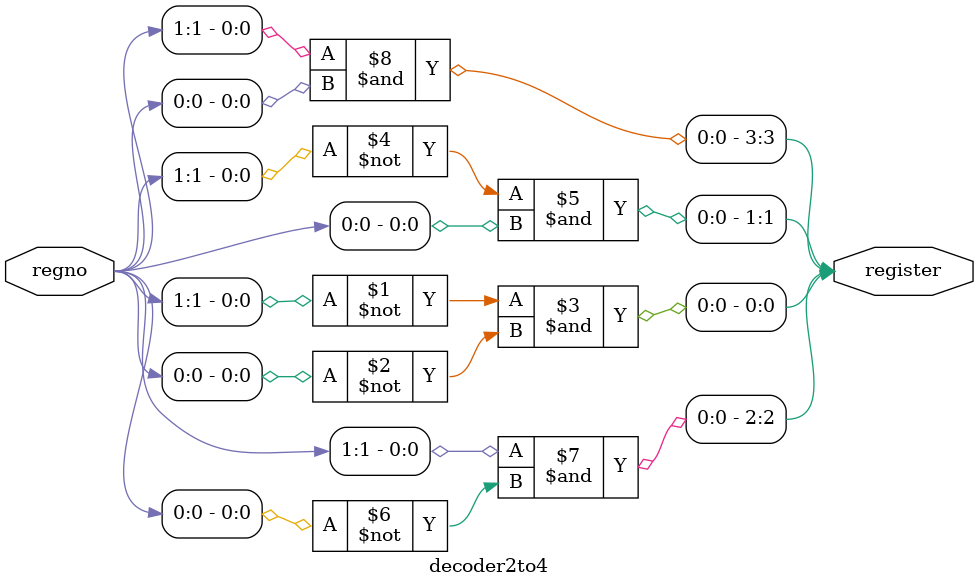
<source format=v>
module decoder2to4(register, regno);
    input [1:0] regno;
    output [3:0] register;

    assign register[0] = ~regno[1] & ~regno[0];
    assign register[1] = ~regno[1] &  regno[0];
    assign register[2] =  regno[1] & ~regno[0];
    assign register[3] =  regno[1] &  regno[0];
endmodule
</source>
